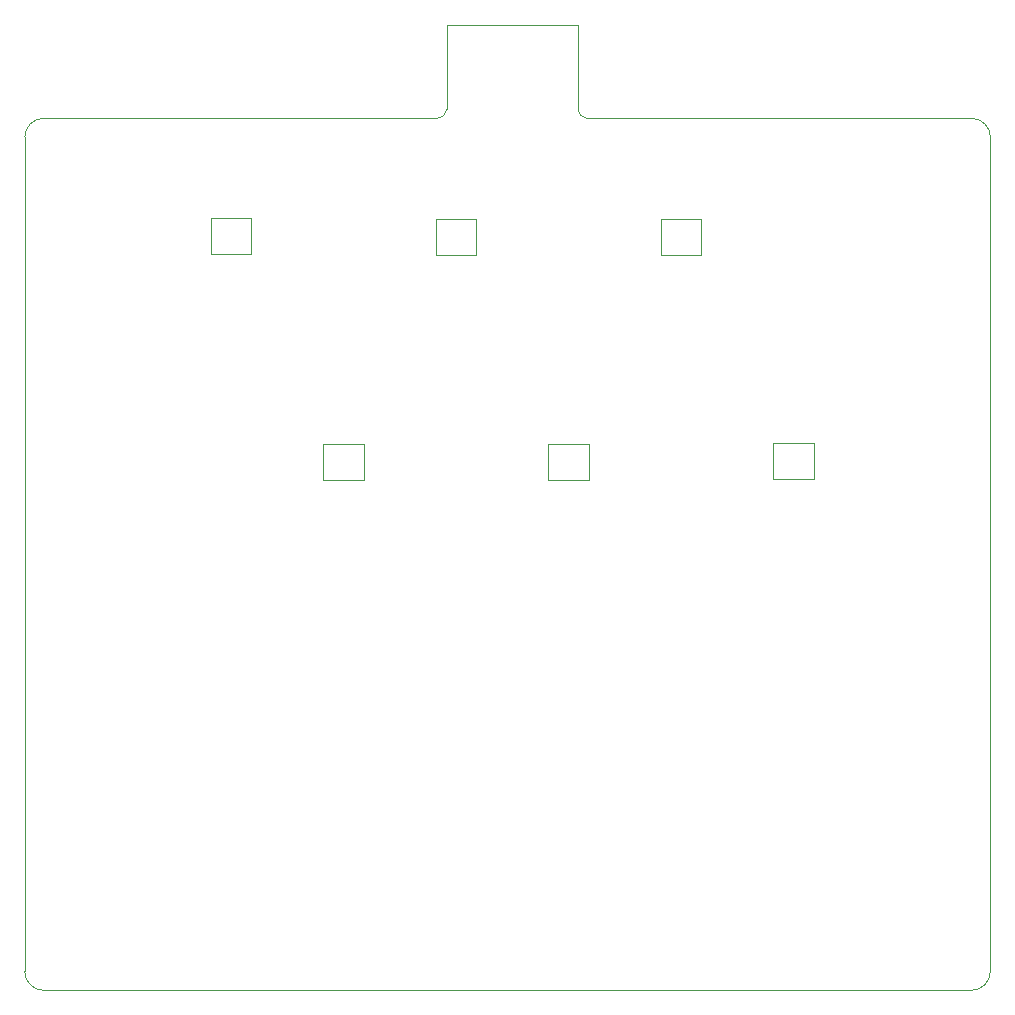
<source format=gbr>
%TF.GenerationSoftware,KiCad,Pcbnew,(6.0.5)*%
%TF.CreationDate,2022-05-27T23:08:30+07:00*%
%TF.ProjectId,atelier-alter,6174656c-6965-4722-9d61-6c7465722e6b,rev?*%
%TF.SameCoordinates,Original*%
%TF.FileFunction,Profile,NP*%
%FSLAX46Y46*%
G04 Gerber Fmt 4.6, Leading zero omitted, Abs format (unit mm)*
G04 Created by KiCad (PCBNEW (6.0.5)) date 2022-05-27 23:08:30*
%MOMM*%
%LPD*%
G01*
G04 APERTURE LIST*
%TA.AperFunction,Profile*%
%ADD10C,0.100000*%
%TD*%
%TA.AperFunction,Profile*%
%ADD11C,0.010000*%
%TD*%
G04 APERTURE END LIST*
D10*
X189706250Y-132556250D02*
G75*
G03*
X191293750Y-130968750I-50J1587550D01*
G01*
X157162500Y-58737500D02*
X189706250Y-58737500D01*
X191293800Y-60325000D02*
G75*
G03*
X189706250Y-58737500I-1587500J0D01*
G01*
X145256250Y-50800000D02*
X156368750Y-50800000D01*
X111125000Y-58737500D02*
G75*
G03*
X109537500Y-60325000I100J-1587600D01*
G01*
X191293750Y-60325000D02*
X191293750Y-130968750D01*
X144462500Y-58737450D02*
G75*
G03*
X145256250Y-57943750I0J793750D01*
G01*
X189706250Y-132556250D02*
X111125000Y-132556250D01*
X109537450Y-130968750D02*
G75*
G03*
X111125000Y-132556250I1587650J150D01*
G01*
X111125000Y-58737500D02*
X144462500Y-58737500D01*
X145256250Y-50800000D02*
X145256250Y-57943750D01*
X109537500Y-130968750D02*
X109537500Y-60325000D01*
X156368750Y-50800000D02*
X156368750Y-57943750D01*
X156368700Y-57943750D02*
G75*
G03*
X157162500Y-58737500I793800J50D01*
G01*
%TO.C,MX6*%
D11*
X176325000Y-89256200D02*
X172925000Y-89256200D01*
X172925000Y-86256200D01*
X176325000Y-86256200D01*
X176325000Y-89256200D01*
%TO.C,MX5*%
X157275000Y-89318700D02*
X153875000Y-89318700D01*
X153875000Y-86318700D01*
X157275000Y-86318700D01*
X157275000Y-89318700D01*
%TO.C,MX4*%
X138225000Y-89318700D02*
X134825000Y-89318700D01*
X134825000Y-86318700D01*
X138225000Y-86318700D01*
X138225000Y-89318700D01*
%TO.C,MX3*%
X166800000Y-70268700D02*
X163400000Y-70268700D01*
X163400000Y-67268700D01*
X166800000Y-67268700D01*
X166800000Y-70268700D01*
%TO.C,MX1*%
X128700000Y-70206200D02*
X125300000Y-70206200D01*
X125300000Y-67206200D01*
X128700000Y-67206200D01*
X128700000Y-70206200D01*
%TO.C,MX2*%
X147750000Y-70268700D02*
X144350000Y-70268700D01*
X144350000Y-67268700D01*
X147750000Y-67268700D01*
X147750000Y-70268700D01*
%TD*%
M02*

</source>
